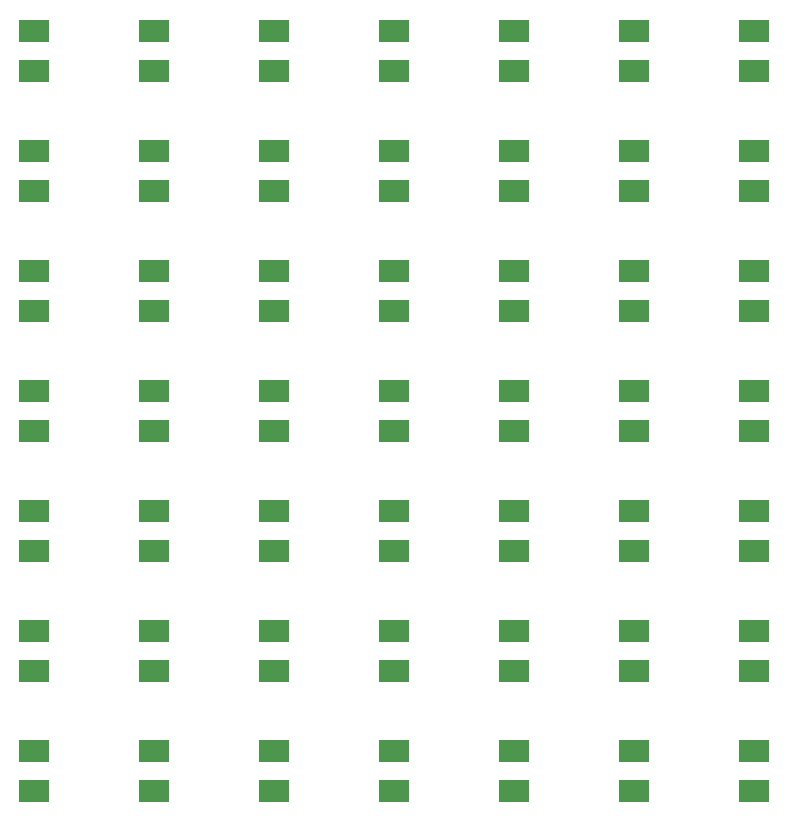
<source format=gbs>
G75*
%MOIN*%
%OFA0B0*%
%FSLAX25Y25*%
%IPPOS*%
%LPD*%
%AMOC8*
5,1,8,0,0,1.08239X$1,22.5*
%
%ADD10R,0.09855X0.07493*%
D10*
X0124081Y0035455D03*
X0124081Y0048841D03*
X0124081Y0075455D03*
X0124081Y0088841D03*
X0124081Y0115455D03*
X0124081Y0128841D03*
X0124081Y0155455D03*
X0124081Y0168841D03*
X0124081Y0195455D03*
X0124081Y0208841D03*
X0124081Y0235455D03*
X0124081Y0248841D03*
X0124081Y0275455D03*
X0124081Y0288841D03*
X0164081Y0288841D03*
X0164081Y0275455D03*
X0164081Y0248841D03*
X0164081Y0235455D03*
X0164081Y0208841D03*
X0164081Y0195455D03*
X0164081Y0168841D03*
X0164081Y0155455D03*
X0164081Y0128841D03*
X0164081Y0115455D03*
X0164081Y0088841D03*
X0164081Y0075455D03*
X0164081Y0048841D03*
X0164081Y0035455D03*
X0204081Y0035455D03*
X0204081Y0048841D03*
X0204081Y0075455D03*
X0204081Y0088841D03*
X0204081Y0115455D03*
X0204081Y0128841D03*
X0204081Y0155455D03*
X0204081Y0168841D03*
X0204081Y0195455D03*
X0204081Y0208841D03*
X0204081Y0235455D03*
X0204081Y0248841D03*
X0204081Y0275455D03*
X0204081Y0288841D03*
X0244081Y0288841D03*
X0244081Y0275455D03*
X0244081Y0248841D03*
X0244081Y0235455D03*
X0244081Y0208841D03*
X0244081Y0195455D03*
X0244081Y0168841D03*
X0244081Y0155455D03*
X0244081Y0128841D03*
X0244081Y0115455D03*
X0244081Y0088841D03*
X0244081Y0075455D03*
X0244081Y0048841D03*
X0244081Y0035455D03*
X0284081Y0035455D03*
X0284081Y0048841D03*
X0284081Y0075455D03*
X0284081Y0088841D03*
X0284081Y0115455D03*
X0284081Y0128841D03*
X0284081Y0155455D03*
X0284081Y0168841D03*
X0284081Y0195455D03*
X0284081Y0208841D03*
X0284081Y0235455D03*
X0284081Y0248841D03*
X0284081Y0275455D03*
X0284081Y0288841D03*
X0324081Y0288841D03*
X0324081Y0275455D03*
X0324081Y0248841D03*
X0324081Y0235455D03*
X0324081Y0208841D03*
X0324081Y0195455D03*
X0324081Y0168841D03*
X0324081Y0155455D03*
X0324081Y0128841D03*
X0324081Y0115455D03*
X0324081Y0088841D03*
X0324081Y0075455D03*
X0324081Y0048841D03*
X0324081Y0035455D03*
X0364081Y0035455D03*
X0364081Y0048841D03*
X0364081Y0075455D03*
X0364081Y0088841D03*
X0364081Y0115455D03*
X0364081Y0128841D03*
X0364081Y0155455D03*
X0364081Y0168841D03*
X0364081Y0195455D03*
X0364081Y0208841D03*
X0364081Y0235455D03*
X0364081Y0248841D03*
X0364081Y0275455D03*
X0364081Y0288841D03*
M02*

</source>
